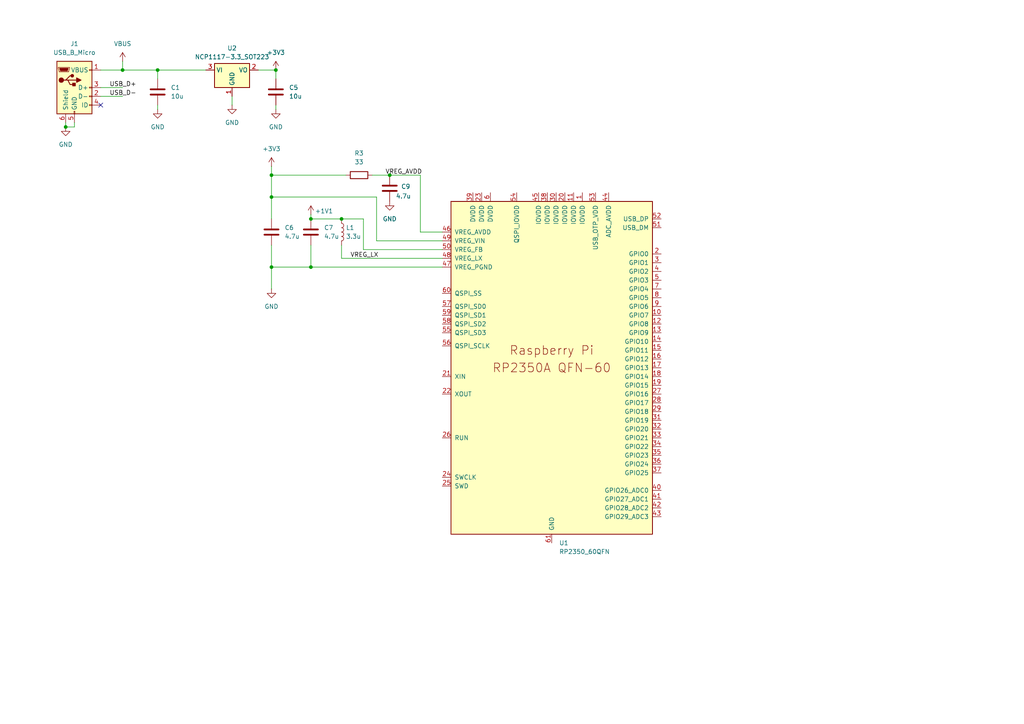
<source format=kicad_sch>
(kicad_sch (version 20250114) (generator "eeschema") (generator_version "9.0")
  (paper "A4")
  (lib_symbols
    (symbol "Connector:USB_B_Micro" (pin_names (offset 1.016))
      (property "Reference" "J" (at -5.08 11.43 0))
      (property "Value" "USB_B_Micro" (at -5.08 8.89 0))
      (symbol "USB_B_Micro_0_1"
        (rectangle (start -5.08 -7.62) (end 5.08 7.62) (stroke (width 0.254)) (fill (type background)))
        (polyline (pts (xy -4.699 5.842) (xy -4.699 5.588) (xy -4.445 4.826) (xy -4.445 4.572) (xy -1.651 4.572) (xy -1.651 4.826) (xy -1.397 5.588) (xy -1.397 5.842) (xy -4.699 5.842)))
        (polyline (pts (xy -4.318 5.588) (xy -1.778 5.588) (xy -2.032 4.826) (xy -4.064 4.826) (xy -4.318 5.588)) (fill (type outline)))
        (circle (center -3.81 2.159) (radius 0.635) (stroke (width 0.254)) (fill (type outline)))
        (polyline (pts (xy -3.175 2.159) (xy -2.54 2.159) (xy -1.27 3.429) (xy -0.635 3.429)) (stroke (width 0.254)))
        (polyline (pts (xy -2.54 2.159) (xy -1.905 2.159) (xy -1.27 0.889) (xy 0 0.889)) (stroke (width 0.254)))
        (polyline (pts (xy -1.905 2.159) (xy 0.635 2.159)) (stroke (width 0.254)))
        (circle (center -0.635 3.429) (radius 0.381) (stroke (width 0.254)) (fill (type outline)))
        (rectangle (start -0.127 -7.62) (end 0.127 -6.858))
        (rectangle (start 0.254 1.27) (end -0.508 0.508) (stroke (width 0.254)) (fill (type outline)))
        (polyline (pts (xy 0.635 2.794) (xy 0.635 1.524) (xy 1.905 2.159) (xy 0.635 2.794)) (stroke (width 0.254)) (fill (type outline)))
        (rectangle (start 5.08 4.953) (end 4.318 5.207))
        (rectangle (start 5.08 -0.127) (end 4.318 0.127))
        (rectangle (start 5.08 -2.667) (end 4.318 -2.413))
        (rectangle (start 5.08 -5.207) (end 4.318 -4.953))
      )
      (symbol "USB_B_Micro_1_1"
        (pin passive line (at -2.54 -10.16 90) (length 2.54) (name "Shield") (number "6"))
        (pin power_out line (at 0 -10.16 90) (length 2.54) (name "GND") (number "5"))
        (pin power_out line (at 7.62 5.08 180) (length 2.54) (name "VBUS") (number "1"))
        (pin bidirectional line (at 7.62 0 180) (length 2.54) (name "D+") (number "3"))
        (pin bidirectional line (at 7.62 -2.54 180) (length 2.54) (name "D-") (number "2"))
        (pin passive line (at 7.62 -5.08 180) (length 2.54) (name "ID") (number "4"))
      )
    )
    (symbol "Device:C" (pin_numbers (hide yes)) (pin_names (offset 0.254))
      (property "Reference" "C" (at 0.635 2.54 0))
      (property "Value" "C" (at 0.635 -2.54 0))
      (symbol "C_0_1"
        (polyline (pts (xy -2.032 0.762) (xy 2.032 0.762)) (stroke (width 0.508)))
        (polyline (pts (xy -2.032 -0.762) (xy 2.032 -0.762)) (stroke (width 0.508)))
      )
      (symbol "C_1_1"
        (pin passive line (at 0 3.81 270) (length 2.794) (name "~") (number "1"))
        (pin passive line (at 0 -3.81 90) (length 2.794) (name "~") (number "2"))
      )
    )
    (symbol "Device:L" (pin_numbers (hide yes)) (pin_names (offset 1.016) (hide yes))
      (property "Reference" "L" (at -1.27 0 90))
      (property "Value" "L" (at 1.905 0 90))
      (symbol "L_0_1"
        (arc (start 0 2.54) (mid 0.6323 1.905) (end 0 1.27))
        (arc (start 0 1.27) (mid 0.6323 0.635) (end 0 0))
        (arc (start 0 0) (mid 0.6323 -0.635) (end 0 -1.27))
        (arc (start 0 -1.27) (mid 0.6323 -1.905) (end 0 -2.54))
      )
      (symbol "L_1_1"
        (pin passive line (at 0 3.81 270) (length 1.27) (name "1") (number "1"))
        (pin passive line (at 0 -3.81 90) (length 1.27) (name "2") (number "2"))
      )
    )
    (symbol "Device:R" (pin_numbers (hide yes)) (pin_names (offset 0))
      (property "Reference" "R" (at 2.032 0 90))
      (property "Value" "R" (at 0 0 90))
      (symbol "R_0_1"
        (rectangle (start -1.016 -2.54) (end 1.016 2.54) (stroke (width 0.254)))
      )
      (symbol "R_1_1"
        (pin passive line (at 0 3.81 270) (length 1.27) (name "~") (number "1"))
        (pin passive line (at 0 -3.81 90) (length 1.27) (name "~") (number "2"))
      )
    )
    (symbol "RP2350_60QFN_minimal-cache:RP2350_60QFN" (pin_names (offset 1.016))
      (property "Reference" "U" (at -29.21 49.53 0))
      (property "Value" "RP2350_60QFN" (at 24.13 -49.53 0))
      (symbol "RP2350_60QFN_0_0"
        (text "Raspberry Pi" (at 0 5.08 0) (effects (font (size 2.54 2.54))))
      )
      (symbol "RP2350_60QFN_0_1"
        (rectangle (start 29.21 48.26) (end -29.21 -48.26) (stroke (width 0.254)) (fill (type background)))
      )
      (symbol "RP2350_60QFN_1_0"
        (text "RP2350A QFN-60" (at 0 0 0) (effects (font (size 2.54 2.54))))
      )
      (symbol "RP2350_60QFN_1_1"
        (pin power_in line (at -31.75 39.37 0) (length 2.54) (name "VREG_AVDD") (number "46"))
        (pin power_in line (at -31.75 36.83 0) (length 2.54) (name "VREG_VIN") (number "49"))
        (pin input line (at -31.75 34.29 0) (length 2.54) (name "VREG_FB") (number "50"))
        (pin power_out line (at -31.75 31.75 0) (length 2.54) (name "VREG_LX") (number "48"))
        (pin power_in line (at -31.75 29.21 0) (length 2.54) (name "VREG_PGND") (number "47"))
        (pin bidirectional line (at -31.75 21.59 0) (length 2.54) (name "QSPI_SS") (number "60"))
        (pin bidirectional line (at -31.75 17.78 0) (length 2.54) (name "QSPI_SD0") (number "57"))
        (pin bidirectional line (at -31.75 15.24 0) (length 2.54) (name "QSPI_SD1") (number "59"))
        (pin bidirectional line (at -31.75 12.7 0) (length 2.54) (name "QSPI_SD2") (number "58"))
        (pin bidirectional line (at -31.75 10.16 0) (length 2.54) (name "QSPI_SD3") (number "55"))
        (pin output line (at -31.75 6.35 0) (length 2.54) (name "QSPI_SCLK") (number "56"))
        (pin input line (at -31.75 -2.54 0) (length 2.54) (name "XIN") (number "21"))
        (pin passive line (at -31.75 -7.62 0) (length 2.54) (name "XOUT") (number "22"))
        (pin input line (at -31.75 -20.32 0) (length 2.54) (name "RUN") (number "26"))
        (pin output line (at -31.75 -31.75 0) (length 2.54) (name "SWCLK") (number "24"))
        (pin bidirectional line (at -31.75 -34.29 0) (length 2.54) (name "SWD") (number "25"))
        (pin power_in line (at -22.86 50.8 270) (length 2.54) (name "DVDD") (number "39"))
        (pin power_in line (at -20.32 50.8 270) (length 2.54) (name "DVDD") (number "23"))
        (pin power_in line (at -17.78 50.8 270) (length 2.54) (name "DVDD") (number "6"))
        (pin power_in line (at -10.16 50.8 270) (length 2.54) (name "QSPI_IOVDD") (number "54"))
        (pin power_in line (at -3.81 50.8 270) (length 2.54) (name "IOVDD") (number "45"))
        (pin power_in line (at -1.27 50.8 270) (length 2.54) (name "IOVDD") (number "38"))
        (pin power_in line (at 0 -50.8 90) (length 2.54) (name "GND") (number "61"))
        (pin power_in line (at 1.27 50.8 270) (length 2.54) (name "IOVDD") (number "30"))
        (pin power_in line (at 3.81 50.8 270) (length 2.54) (name "IOVDD") (number "20"))
        (pin power_in line (at 6.35 50.8 270) (length 2.54) (name "IOVDD") (number "11"))
        (pin power_in line (at 8.89 50.8 270) (length 2.54) (name "IOVDD") (number "1"))
        (pin power_in line (at 12.7 50.8 270) (length 2.54) (name "USB_OTP_VDD") (number "53"))
        (pin power_in line (at 16.51 50.8 270) (length 2.54) (name "ADC_AVDD") (number "44"))
        (pin bidirectional line (at 31.75 43.18 180) (length 2.54) (name "USB_DP") (number "52"))
        (pin bidirectional line (at 31.75 40.64 180) (length 2.54) (name "USB_DM") (number "51"))
        (pin bidirectional line (at 31.75 33.02 180) (length 2.54) (name "GPIO0") (number "2"))
        (pin bidirectional line (at 31.75 30.48 180) (length 2.54) (name "GPIO1") (number "3"))
        (pin bidirectional line (at 31.75 27.94 180) (length 2.54) (name "GPIO2") (number "4"))
        (pin bidirectional line (at 31.75 25.4 180) (length 2.54) (name "GPIO3") (number "5"))
        (pin bidirectional line (at 31.75 22.86 180) (length 2.54) (name "GPIO4") (number "7"))
        (pin bidirectional line (at 31.75 20.32 180) (length 2.54) (name "GPIO5") (number "8"))
        (pin bidirectional line (at 31.75 17.78 180) (length 2.54) (name "GPIO6") (number "9"))
        (pin bidirectional line (at 31.75 15.24 180) (length 2.54) (name "GPIO7") (number "10"))
        (pin bidirectional line (at 31.75 12.7 180) (length 2.54) (name "GPIO8") (number "12"))
        (pin bidirectional line (at 31.75 10.16 180) (length 2.54) (name "GPIO9") (number "13"))
        (pin bidirectional line (at 31.75 7.62 180) (length 2.54) (name "GPIO10") (number "14"))
        (pin bidirectional line (at 31.75 5.08 180) (length 2.54) (name "GPIO11") (number "15"))
        (pin bidirectional line (at 31.75 2.54 180) (length 2.54) (name "GPIO12") (number "16"))
        (pin bidirectional line (at 31.75 0 180) (length 2.54) (name "GPIO13") (number "17"))
        (pin bidirectional line (at 31.75 -2.54 180) (length 2.54) (name "GPIO14") (number "18"))
        (pin bidirectional line (at 31.75 -5.08 180) (length 2.54) (name "GPIO15") (number "19"))
        (pin bidirectional line (at 31.75 -7.62 180) (length 2.54) (name "GPIO16") (number "27"))
        (pin bidirectional line (at 31.75 -10.16 180) (length 2.54) (name "GPIO17") (number "28"))
        (pin bidirectional line (at 31.75 -12.7 180) (length 2.54) (name "GPIO18") (number "29"))
        (pin bidirectional line (at 31.75 -15.24 180) (length 2.54) (name "GPIO19") (number "31"))
        (pin bidirectional line (at 31.75 -17.78 180) (length 2.54) (name "GPIO20") (number "32"))
        (pin bidirectional line (at 31.75 -20.32 180) (length 2.54) (name "GPIO21") (number "33"))
        (pin bidirectional line (at 31.75 -22.86 180) (length 2.54) (name "GPIO22") (number "34"))
        (pin bidirectional line (at 31.75 -25.4 180) (length 2.54) (name "GPIO23") (number "35"))
        (pin bidirectional line (at 31.75 -27.94 180) (length 2.54) (name "GPIO24") (number "36"))
        (pin bidirectional line (at 31.75 -30.48 180) (length 2.54) (name "GPIO25") (number "37"))
        (pin bidirectional line (at 31.75 -35.56 180) (length 2.54) (name "GPIO26_ADC0") (number "40"))
        (pin bidirectional line (at 31.75 -38.1 180) (length 2.54) (name "GPIO27_ADC1") (number "41"))
        (pin bidirectional line (at 31.75 -40.64 180) (length 2.54) (name "GPIO28_ADC2") (number "42"))
        (pin bidirectional line (at 31.75 -43.18 180) (length 2.54) (name "GPIO29_ADC3") (number "43"))
      )
    )
    (symbol "Regulator_Linear:NCP1117-3.3_SOT223"
      (property "Reference" "U" (at -3.81 3.175 0))
      (property "Value" "NCP1117-3.3_SOT223" (at 0 3.175 0))
      (symbol "NCP1117-3.3_SOT223_0_1"
        (rectangle (start -5.08 -5.08) (end 5.08 1.905) (stroke (width 0.254)) (fill (type background)))
      )
      (symbol "NCP1117-3.3_SOT223_1_1"
        (pin power_in line (at -7.62 0 0) (length 2.54) (name "VI") (number "3"))
        (pin power_in line (at 0 -7.62 90) (length 2.54) (name "GND") (number "1"))
        (pin power_out line (at 7.62 0 180) (length 2.54) (name "VO") (number "2"))
      )
    )
    (symbol "power:+1V1" (power) (pin_numbers (hide yes)) (pin_names (offset 0) (hide yes))
      (property "Value" "+1V1" (at 0 3.556 0))
      (symbol "+1V1_0_1"
        (polyline (pts (xy -0.762 1.27) (xy 0 2.54)))
        (polyline (pts (xy 0 2.54) (xy 0.762 1.27)))
        (polyline (pts (xy 0 0) (xy 0 2.54)))
      )
      (symbol "+1V1_1_1"
        (pin power_in line (at 0 0 90) (length 0) (name "~") (number "1"))
      )
    )
    (symbol "power:+3V3" (power) (pin_numbers (hide yes)) (pin_names (offset 0) (hide yes))
      (property "Value" "+3V3" (at 0 3.556 0))
      (symbol "+3V3_0_1"
        (polyline (pts (xy -0.762 1.27) (xy 0 2.54)))
        (polyline (pts (xy 0 2.54) (xy 0.762 1.27)))
        (polyline (pts (xy 0 0) (xy 0 2.54)))
      )
      (symbol "+3V3_1_1"
        (pin power_in line (at 0 0 90) (length 0) (name "~") (number "1"))
      )
    )
    (symbol "power:GND" (power) (pin_numbers (hide yes)) (pin_names (offset 0) (hide yes))
      (property "Value" "GND" (at 0 -3.81 0))
      (symbol "GND_0_1"
        (polyline (pts (xy 0 0) (xy 0 -1.27) (xy 1.27 -1.27) (xy 0 -2.54) (xy -1.27 -1.27) (xy 0 -1.27)))
      )
      (symbol "GND_1_1"
        (pin power_in line (at 0 0 270) (length 0) (name "~") (number "1"))
      )
    )
    (symbol "power:VBUS" (power) (pin_numbers (hide yes)) (pin_names (offset 0) (hide yes))
      (property "Value" "VBUS" (at 0 3.556 0))
      (symbol "VBUS_0_1"
        (polyline (pts (xy -0.762 1.27) (xy 0 2.54)))
        (polyline (pts (xy 0 2.54) (xy 0.762 1.27)))
        (polyline (pts (xy 0 0) (xy 0 2.54)))
      )
      (symbol "VBUS_1_1"
        (pin power_in line (at 0 0 90) (length 0) (name "~") (number "1"))
      )
    )
  )
  (junction (at 45.72 20.32))
  (junction (at 78.74 50.8))
  (junction (at 90.17 63.5))
  (junction (at 99.06 63.5))
  (junction (at 80.01 20.32))
  (junction (at 113.03 50.8))
  (junction (at 90.17 77.47))
  (junction (at 78.74 77.47))
  (junction (at 78.74 57.15))
  (junction (at 35.56 20.32))
  (junction (at 19.05 36.83))
  (no_connect (at 29.21 30.48))
  (wire (pts (xy 113.03 50.8) (xy 121.92 50.8)))
  (wire (pts (xy 67.31 27.94) (xy 67.31 30.48)))
  (wire (pts (xy 90.17 63.5) (xy 99.06 63.5)))
  (wire (pts (xy 78.74 83.82) (xy 78.74 77.47)))
  (wire (pts (xy 90.17 77.47) (xy 128.27 77.47)))
  (wire (pts (xy 78.74 77.47) (xy 90.17 77.47)))
  (wire (pts (xy 80.01 20.32) (xy 80.01 22.86)))
  (wire (pts (xy 78.74 71.12) (xy 78.74 77.47)))
  (wire (pts (xy 29.21 20.32) (xy 35.56 20.32)))
  (wire (pts (xy 45.72 30.48) (xy 45.72 31.75)))
  (wire (pts (xy 107.95 50.8) (xy 113.03 50.8)))
  (wire (pts (xy 21.59 35.56) (xy 21.59 36.83)))
  (wire (pts (xy 80.01 30.48) (xy 80.01 31.75)))
  (wire (pts (xy 19.05 35.56) (xy 19.05 36.83)))
  (wire (pts (xy 109.22 69.85) (xy 109.22 57.15)))
  (wire (pts (xy 128.27 72.39) (xy 105.41 72.39)))
  (wire (pts (xy 128.27 74.93) (xy 99.06 74.93)))
  (wire (pts (xy 90.17 71.12) (xy 90.17 77.47)))
  (wire (pts (xy 45.72 20.32) (xy 45.72 22.86)))
  (wire (pts (xy 78.74 57.15) (xy 109.22 57.15)))
  (wire (pts (xy 78.74 50.8) (xy 100.33 50.8)))
  (wire (pts (xy 45.72 20.32) (xy 59.69 20.32)))
  (wire (pts (xy 78.74 50.8) (xy 78.74 57.15)))
  (wire (pts (xy 29.21 27.94) (xy 35.56 27.94)))
  (wire (pts (xy 121.92 50.8) (xy 121.92 67.31)))
  (wire (pts (xy 78.74 57.15) (xy 78.74 63.5)))
  (wire (pts (xy 105.41 72.39) (xy 105.41 63.5)))
  (wire (pts (xy 29.21 25.4) (xy 35.56 25.4)))
  (wire (pts (xy 21.59 36.83) (xy 19.05 36.83)))
  (wire (pts (xy 128.27 69.85) (xy 109.22 69.85)))
  (wire (pts (xy 78.74 48.26) (xy 78.74 50.8)))
  (wire (pts (xy 105.41 63.5) (xy 99.06 63.5)))
  (wire (pts (xy 35.56 17.78) (xy 35.56 20.32)))
  (wire (pts (xy 99.06 74.93) (xy 99.06 71.12)))
  (wire (pts (xy 121.92 67.31) (xy 128.27 67.31)))
  (wire (pts (xy 113.03 50.8) (xy 113.03 52.07)))
  (wire (pts (xy 90.17 62.23) (xy 90.17 63.5)))
  (wire (pts (xy 74.93 20.32) (xy 80.01 20.32)))
  (wire (pts (xy 35.56 20.32) (xy 45.72 20.32)))
  (label "USB_D-" (at 31.75 27.94 0))
  (label "USB_D+" (at 31.75 25.4 0))
  (label "VREG_LX" (at 101.6 74.93 0))
  (label "VREG_AVDD" (at 111.76 50.8 0))
  (symbol (lib_id "power:+3V3") (at 80.01 20.32 0) (unit 1)
    (property "Reference" "#PWR010" (effects (hide yes)))
    (property "Value" "+3V3" (at 80.01 15.24 0))
    (property "Description" "Power symbol creates a global label with name \"+3V3\"" (effects (hide yes)))
  )
  (symbol (lib_id "power:GND") (at 67.31 30.48 0) (unit 1)
    (property "Reference" "#PWR05" (effects (hide yes)))
    (property "Value" "GND" (at 67.31 35.56 0))
    (property "Description" "Power symbol creates a global label with name \"GND\" , ground" (effects (hide yes)))
  )
  (symbol (lib_id "Device:C") (at 78.74 67.31 0) (unit 1)
    (property "Reference" "C6" (at 82.55 66.0399 0) (effects (justify left)))
    (property "Value" "4.7u" (at 82.55 68.5799 0) (effects (justify left)))
    (property "Description" "Unpolarized capacitor" (effects (hide yes)))
  )
  (symbol (lib_id "power:+1V1") (at 90.17 62.23 0) (unit 1)
    (property "Reference" "#PWR04" (effects (hide yes)))
    (property "Value" "+1V1" (at 93.98 61.214 0))
    (property "Description" "Power symbol creates a global label with name \"+1V1\"" (effects (hide yes)))
  )
  (symbol (lib_id "power:+3V3") (at 78.74 48.26 0) (unit 1)
    (property "Reference" "#PWR01" (effects (hide yes)))
    (property "Value" "+3V3" (at 78.74 43.18 0))
    (property "Description" "Power symbol creates a global label with name \"+3V3\"" (effects (hide yes)))
  )
  (symbol (lib_id "Connector:USB_B_Micro") (at 21.59 25.4 0) (unit 1)
    (property "Reference" "J1" (at 21.59 12.7 0))
    (property "Value" "USB_B_Micro" (at 21.59 15.24 0))
    (property "Description" "USB Micro Type B connector" (effects (hide yes)))
  )
  (symbol (lib_id "power:GND") (at 80.01 31.75 0) (unit 1)
    (property "Reference" "#PWR06" (effects (hide yes)))
    (property "Value" "GND" (at 80.01 36.83 0))
    (property "Description" "Power symbol creates a global label with name \"GND\" , ground" (effects (hide yes)))
  )
  (symbol (lib_id "Device:C") (at 113.03 54.61 0) (unit 1)
    (property "Reference" "C9" (at 116.332 54.102 0) (effects (justify left)))
    (property "Value" "4.7u" (at 114.808 56.896 0) (effects (justify left)))
    (property "Description" "Unpolarized capacitor" (effects (hide yes)))
  )
  (symbol (lib_id "Device:C") (at 80.01 26.67 0) (unit 1)
    (property "Reference" "C5" (at 83.82 25.3999 0) (effects (justify left)))
    (property "Value" "10u" (at 83.82 27.9399 0) (effects (justify left)))
    (property "Description" "Unpolarized capacitor" (effects (hide yes)))
  )
  (symbol (lib_id "Device:C") (at 45.72 26.67 0) (unit 1)
    (property "Reference" "C1" (at 49.53 25.3999 0) (effects (justify left)))
    (property "Value" "10u" (at 49.53 27.9399 0) (effects (justify left)))
    (property "Description" "Unpolarized capacitor" (effects (hide yes)))
  )
  (symbol (lib_id "power:GND") (at 78.74 83.82 0) (unit 1)
    (property "Reference" "#PWR03" (effects (hide yes)))
    (property "Value" "GND" (at 78.74 88.9 0))
    (property "Description" "Power symbol creates a global label with name \"GND\" , ground" (effects (hide yes)))
  )
  (symbol (lib_id "Device:C") (at 90.17 67.31 0) (unit 1)
    (property "Reference" "C7" (at 93.98 66.0399 0) (effects (justify left)))
    (property "Value" "4.7u" (at 93.98 68.5799 0) (effects (justify left)))
    (property "Description" "Unpolarized capacitor" (effects (hide yes)))
  )
  (symbol (lib_id "RP2350_60QFN_minimal-cache:RP2350_60QFN") (at 160.02 106.68 0) (unit 1)
    (property "Reference" "U1" (at 162.1633 157.48 0) (effects (justify left)))
    (property "Value" "RP2350_60QFN" (at 162.1633 160.02 0) (effects (justify left)))
    (property "Footprint" "RP2350_60QFN_minimal:RP2350-QFN-60-1EP_7x7_P0.4mm_EP3.4x3.4mm_ThermalVias" (effects (hide yes)))
  )
  (symbol (lib_id "power:VBUS") (at 35.56 17.78 0) (unit 1)
    (property "Reference" "#PWR09" (effects (hide yes)))
    (property "Value" "VBUS" (at 35.56 12.7 0))
    (property "Description" "Power symbol creates a global label with name \"VBUS\"" (effects (hide yes)))
  )
  (symbol (lib_id "Regulator_Linear:NCP1117-3.3_SOT223") (at 67.31 20.32 0) (unit 1)
    (property "Reference" "U2" (at 67.31 13.97 0))
    (property "Value" "NCP1117-3.3_SOT223" (at 67.31 16.51 0))
    (property "Footprint" "Package_TO_SOT_SMD:SOT-223-3_TabPin2" (effects (hide yes)))
    (property "Datasheet" "http://www.onsemi.com/pub_link/Collateral/NCP1117-D.PDF" (effects (hide yes)))
    (property "Description" "1A Low drop-out regulator, Fixed Output 3.3V, SOT-223" (effects (hide yes)))
  )
  (symbol (lib_id "power:GND") (at 113.03 58.42 0) (unit 1)
    (property "Reference" "#PWR02" (effects (hide yes)))
    (property "Value" "GND" (at 113.03 63.5 0))
    (property "Description" "Power symbol creates a global label with name \"GND\" , ground" (effects (hide yes)))
  )
  (symbol (lib_id "Device:L") (at 99.06 67.31 0) (unit 1)
    (property "Reference" "L1" (at 100.33 66.0399 0) (effects (justify left)))
    (property "Value" "3.3u" (at 100.33 68.5799 0) (effects (justify left)))
    (property "Description" "Inductor" (effects (hide yes)))
  )
  (symbol (lib_id "power:GND") (at 45.72 31.75 0) (unit 1)
    (property "Reference" "#PWR07" (effects (hide yes)))
    (property "Value" "GND" (at 45.72 36.83 0))
    (property "Description" "Power symbol creates a global label with name \"GND\" , ground" (effects (hide yes)))
  )
  (symbol (lib_id "Device:R") (at 104.14 50.8 90) (unit 1)
    (property "Reference" "R3" (at 104.14 44.45 90))
    (property "Value" "33" (at 104.14 46.99 90))
    (property "Description" "Resistor" (effects (hide yes)))
  )
  (symbol (lib_id "power:GND") (at 19.05 36.83 0) (unit 1)
    (property "Reference" "#PWR08" (effects (hide yes)))
    (property "Value" "GND" (at 19.05 41.91 0))
    (property "Description" "Power symbol creates a global label with name \"GND\" , ground" (effects (hide yes)))
  )
)
</source>
